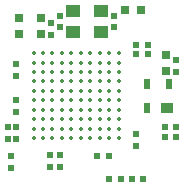
<source format=gbp>
%FSLAX24Y24*%
%MOIN*%
G70*
G01*
G75*
G04 Layer_Color=128*
%ADD10R,0.0335X0.0256*%
%ADD11R,0.0177X0.0177*%
%ADD12R,0.0571X0.0217*%
%ADD13R,0.0571X0.0217*%
%ADD14R,0.0709X0.0394*%
G04:AMPARAMS|DCode=15|XSize=47.2mil|YSize=43.3mil|CornerRadius=0mil|HoleSize=0mil|Usage=FLASHONLY|Rotation=45.000|XOffset=0mil|YOffset=0mil|HoleType=Round|Shape=Rectangle|*
%AMROTATEDRECTD15*
4,1,4,-0.0014,-0.0320,-0.0320,-0.0014,0.0014,0.0320,0.0320,0.0014,-0.0014,-0.0320,0.0*
%
%ADD15ROTATEDRECTD15*%

%ADD16R,0.1850X0.1850*%
%ADD17O,0.0079X0.0256*%
%ADD18O,0.0256X0.0079*%
%ADD19R,0.0394X0.0394*%
%ADD20R,0.0236X0.0217*%
%ADD21R,0.0217X0.0236*%
%ADD22R,0.0256X0.0197*%
%ADD23R,0.0197X0.0256*%
%ADD24C,0.0394*%
%ADD25R,0.0197X0.0236*%
%ADD26R,0.0236X0.0197*%
%ADD27R,0.0315X0.0295*%
G04:AMPARAMS|DCode=28|XSize=19.7mil|YSize=23.6mil|CornerRadius=0mil|HoleSize=0mil|Usage=FLASHONLY|Rotation=45.000|XOffset=0mil|YOffset=0mil|HoleType=Round|Shape=Rectangle|*
%AMROTATEDRECTD28*
4,1,4,0.0014,-0.0153,-0.0153,0.0014,-0.0014,0.0153,0.0153,-0.0014,0.0014,-0.0153,0.0*
%
%ADD28ROTATEDRECTD28*%

%ADD29R,0.0787X0.0394*%
%ADD30C,0.0060*%
%ADD31C,0.0100*%
%ADD32C,0.0050*%
%ADD33C,0.0080*%
%ADD34C,0.0070*%
%ADD35C,0.0090*%
%ADD36C,0.0390*%
%ADD37O,0.1260X0.0709*%
%ADD38C,0.0433*%
%ADD39C,0.0200*%
%ADD40C,0.0197*%
%ADD41C,0.0118*%
%ADD42R,0.0472X0.0433*%
%ADD43C,0.0138*%
%ADD44C,0.0310*%
%ADD45R,0.0236X0.0335*%
%ADD46R,0.0394X0.0335*%
%ADD47R,0.0295X0.0315*%
%ADD48C,0.0039*%
%ADD49C,0.0098*%
%ADD50C,0.0059*%
%ADD51C,0.0079*%
%ADD52R,0.0395X0.0316*%
%ADD53R,0.0237X0.0237*%
%ADD54R,0.0631X0.0277*%
%ADD55R,0.0631X0.0277*%
%ADD56R,0.0769X0.0454*%
G04:AMPARAMS|DCode=57|XSize=53.2mil|YSize=49.3mil|CornerRadius=0mil|HoleSize=0mil|Usage=FLASHONLY|Rotation=45.000|XOffset=0mil|YOffset=0mil|HoleType=Round|Shape=Rectangle|*
%AMROTATEDRECTD57*
4,1,4,-0.0014,-0.0363,-0.0363,-0.0014,0.0014,0.0363,0.0363,0.0014,-0.0014,-0.0363,0.0*
%
%ADD57ROTATEDRECTD57*%

%ADD58R,0.1910X0.1910*%
%ADD59O,0.0139X0.0316*%
%ADD60O,0.0316X0.0139*%
%ADD61R,0.0296X0.0277*%
%ADD62R,0.0277X0.0296*%
%ADD63R,0.0316X0.0257*%
%ADD64R,0.0257X0.0316*%
%ADD65C,0.0787*%
%ADD66R,0.0257X0.0296*%
%ADD67R,0.0296X0.0257*%
%ADD68R,0.0375X0.0355*%
G04:AMPARAMS|DCode=69|XSize=25.7mil|YSize=29.6mil|CornerRadius=0mil|HoleSize=0mil|Usage=FLASHONLY|Rotation=45.000|XOffset=0mil|YOffset=0mil|HoleType=Round|Shape=Rectangle|*
%AMROTATEDRECTD69*
4,1,4,0.0014,-0.0196,-0.0196,0.0014,-0.0014,0.0196,0.0196,-0.0014,0.0014,-0.0196,0.0*
%
%ADD69ROTATEDRECTD69*%

%ADD70R,0.0847X0.0454*%
%ADD71C,0.0450*%
%ADD72O,0.1320X0.0769*%
%ADD73C,0.0493*%
%ADD74R,0.0532X0.0493*%
%ADD75C,0.0198*%
%ADD76C,0.0370*%
%ADD77R,0.0296X0.0395*%
%ADD78R,0.0454X0.0395*%
%ADD79R,0.0355X0.0375*%
D20*
X9467Y4520D02*
D03*
X9073D02*
D03*
X10412Y1780D02*
D03*
X10019D02*
D03*
X10412Y2100D02*
D03*
X10019D02*
D03*
X9317Y360D02*
D03*
X8923D02*
D03*
D21*
X5080Y2097D02*
D03*
Y1703D02*
D03*
X4790Y2097D02*
D03*
Y1703D02*
D03*
X4890Y1137D02*
D03*
Y743D02*
D03*
X6200Y1157D02*
D03*
Y763D02*
D03*
X6550Y1157D02*
D03*
Y763D02*
D03*
D25*
X9060Y1877D02*
D03*
Y1483D02*
D03*
X5080Y2997D02*
D03*
Y2603D02*
D03*
Y3793D02*
D03*
Y4187D02*
D03*
X6240Y5173D02*
D03*
Y5567D02*
D03*
X6520Y5423D02*
D03*
Y5817D02*
D03*
X8340Y5817D02*
D03*
Y5423D02*
D03*
X10415Y3933D02*
D03*
Y4327D02*
D03*
D26*
X8177Y1140D02*
D03*
X7783D02*
D03*
X9073Y4820D02*
D03*
X9467D02*
D03*
X8557Y360D02*
D03*
X8163D02*
D03*
D27*
X5910Y5204D02*
D03*
Y5736D02*
D03*
X5180Y5194D02*
D03*
Y5726D02*
D03*
X10080Y3974D02*
D03*
Y4506D02*
D03*
D42*
X6960Y5269D02*
D03*
Y5971D02*
D03*
X7900Y5269D02*
D03*
Y5971D02*
D03*
D43*
X8487Y4567D02*
D03*
X8172D02*
D03*
X7857D02*
D03*
X7542D02*
D03*
X7227D02*
D03*
X6913D02*
D03*
X6598D02*
D03*
X6283D02*
D03*
X5968D02*
D03*
X5653D02*
D03*
X8487Y4252D02*
D03*
X8172D02*
D03*
X7857D02*
D03*
X7542D02*
D03*
X7227D02*
D03*
X6913D02*
D03*
X6598D02*
D03*
X6283D02*
D03*
X5968D02*
D03*
X5653D02*
D03*
X8487Y3937D02*
D03*
X8172D02*
D03*
X7857D02*
D03*
X7542D02*
D03*
X7227D02*
D03*
X6913D02*
D03*
X6598D02*
D03*
X6283D02*
D03*
X5968D02*
D03*
X5653D02*
D03*
X8487Y3622D02*
D03*
X8172D02*
D03*
X7857D02*
D03*
X7542D02*
D03*
X7227D02*
D03*
X6913D02*
D03*
X6598D02*
D03*
X6283D02*
D03*
X5968D02*
D03*
X5653D02*
D03*
X8487Y3307D02*
D03*
X8172D02*
D03*
X7857D02*
D03*
X7542D02*
D03*
X7227D02*
D03*
X6913D02*
D03*
X6598D02*
D03*
X6283D02*
D03*
X5968D02*
D03*
X5653D02*
D03*
X8487Y2993D02*
D03*
X8172D02*
D03*
X7857D02*
D03*
X7542D02*
D03*
X7227D02*
D03*
X6913D02*
D03*
X6598D02*
D03*
X6283D02*
D03*
X5968D02*
D03*
X5653D02*
D03*
X8487Y2678D02*
D03*
X8172D02*
D03*
X7857D02*
D03*
X7542D02*
D03*
X7227D02*
D03*
X6913D02*
D03*
X6598D02*
D03*
X6283D02*
D03*
X5968D02*
D03*
X5653D02*
D03*
X8487Y2363D02*
D03*
X8172D02*
D03*
X7857D02*
D03*
X7542D02*
D03*
X7227D02*
D03*
X6913D02*
D03*
X6598D02*
D03*
X6283D02*
D03*
X5968D02*
D03*
X5653D02*
D03*
X8487Y2048D02*
D03*
X8172D02*
D03*
X7857D02*
D03*
X7542D02*
D03*
X7227D02*
D03*
X6913D02*
D03*
X6598D02*
D03*
X6283D02*
D03*
X5968D02*
D03*
X5653D02*
D03*
X8487Y1733D02*
D03*
X8172D02*
D03*
X7857D02*
D03*
X7542D02*
D03*
X7227D02*
D03*
X6913D02*
D03*
X6598D02*
D03*
X6283D02*
D03*
X5968D02*
D03*
X5653D02*
D03*
D45*
X10172Y3544D02*
D03*
X9424D02*
D03*
Y2736D02*
D03*
D46*
X10093D02*
D03*
D47*
X9236Y6000D02*
D03*
X8704D02*
D03*
M02*

</source>
